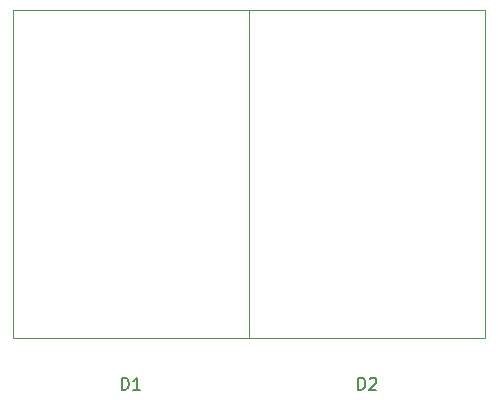
<source format=gbr>
%TF.GenerationSoftware,KiCad,Pcbnew,5.1.10-88a1d61d58~88~ubuntu20.04.1*%
%TF.CreationDate,2021-05-13T20:29:17+02:00*%
%TF.ProjectId,anna_elsa_moves_display,616e6e61-5f65-46c7-9361-5f6d6f766573,rev?*%
%TF.SameCoordinates,Original*%
%TF.FileFunction,Legend,Top*%
%TF.FilePolarity,Positive*%
%FSLAX46Y46*%
G04 Gerber Fmt 4.6, Leading zero omitted, Abs format (unit mm)*
G04 Created by KiCad (PCBNEW 5.1.10-88a1d61d58~88~ubuntu20.04.1) date 2021-05-13 20:29:17*
%MOMM*%
%LPD*%
G01*
G04 APERTURE LIST*
%ADD10C,0.120000*%
%ADD11C,0.150000*%
G04 APERTURE END LIST*
D10*
%TO.C,D2*%
X120015000Y-46785000D02*
X140015000Y-46785000D01*
X140015000Y-46785000D02*
X140015000Y-74485000D01*
X140015000Y-74485000D02*
X120015000Y-74485000D01*
X120015000Y-74485000D02*
X120015000Y-46785000D01*
%TO.C,D1*%
X100000000Y-46785000D02*
X120000000Y-46785000D01*
X120000000Y-46785000D02*
X120000000Y-74485000D01*
X120000000Y-74485000D02*
X100000000Y-74485000D01*
X100000000Y-74485000D02*
X100000000Y-46785000D01*
%TO.C,D2*%
D11*
X129276904Y-78887380D02*
X129276904Y-77887380D01*
X129515000Y-77887380D01*
X129657857Y-77935000D01*
X129753095Y-78030238D01*
X129800714Y-78125476D01*
X129848333Y-78315952D01*
X129848333Y-78458809D01*
X129800714Y-78649285D01*
X129753095Y-78744523D01*
X129657857Y-78839761D01*
X129515000Y-78887380D01*
X129276904Y-78887380D01*
X130229285Y-77982619D02*
X130276904Y-77935000D01*
X130372142Y-77887380D01*
X130610238Y-77887380D01*
X130705476Y-77935000D01*
X130753095Y-77982619D01*
X130800714Y-78077857D01*
X130800714Y-78173095D01*
X130753095Y-78315952D01*
X130181666Y-78887380D01*
X130800714Y-78887380D01*
%TO.C,D1*%
X109261904Y-78887380D02*
X109261904Y-77887380D01*
X109500000Y-77887380D01*
X109642857Y-77935000D01*
X109738095Y-78030238D01*
X109785714Y-78125476D01*
X109833333Y-78315952D01*
X109833333Y-78458809D01*
X109785714Y-78649285D01*
X109738095Y-78744523D01*
X109642857Y-78839761D01*
X109500000Y-78887380D01*
X109261904Y-78887380D01*
X110785714Y-78887380D02*
X110214285Y-78887380D01*
X110500000Y-78887380D02*
X110500000Y-77887380D01*
X110404761Y-78030238D01*
X110309523Y-78125476D01*
X110214285Y-78173095D01*
%TD*%
M02*

</source>
